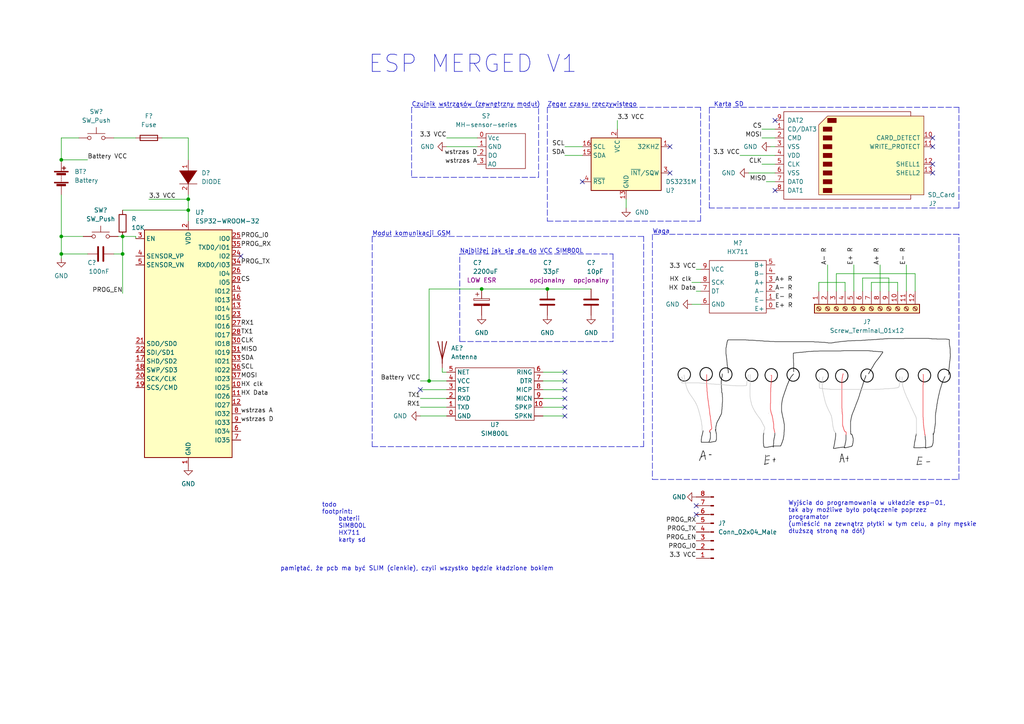
<source format=kicad_sch>
(kicad_sch (version 20211123) (generator eeschema)
  (paper "A4")
  (lib_symbols
    (symbol "Connector:Conn_01x08_Male" (pin_names (offset 1.016) hide)
      (property "Reference" "J" (at 0 10.16 0))
      (property "Value" "Conn_01x08_Male" (at 0 -12.7 0))
      (symbol "Conn_01x08_Male_1_1"
        (polyline (pts (xy 1.27 -10.16) (xy 0.8636 -10.16)) (stroke (width 0.1524)))
        (polyline (pts (xy 1.27 -7.62) (xy 0.8636 -7.62)) (stroke (width 0.1524)))
        (polyline (pts (xy 1.27 -5.08) (xy 0.8636 -5.08)) (stroke (width 0.1524)))
        (polyline (pts (xy 1.27 -2.54) (xy 0.8636 -2.54)) (stroke (width 0.1524)))
        (polyline (pts (xy 1.27 0) (xy 0.8636 0)) (stroke (width 0.1524)))
        (polyline (pts (xy 1.27 2.54) (xy 0.8636 2.54)) (stroke (width 0.1524)))
        (polyline (pts (xy 1.27 5.08) (xy 0.8636 5.08)) (stroke (width 0.1524)))
        (polyline (pts (xy 1.27 7.62) (xy 0.8636 7.62)) (stroke (width 0.1524)))
        (rectangle (start 0.8636 -10.033) (end 0 -10.287) (stroke (width 0.1524)) (fill (type outline)))
        (rectangle (start 0.8636 -7.493) (end 0 -7.747) (stroke (width 0.1524)) (fill (type outline)))
        (rectangle (start 0.8636 -4.953) (end 0 -5.207) (stroke (width 0.1524)) (fill (type outline)))
        (rectangle (start 0.8636 -2.413) (end 0 -2.667) (stroke (width 0.1524)) (fill (type outline)))
        (rectangle (start 0.8636 0.127) (end 0 -0.127) (stroke (width 0.1524)) (fill (type outline)))
        (rectangle (start 0.8636 2.667) (end 0 2.413) (stroke (width 0.1524)) (fill (type outline)))
        (rectangle (start 0.8636 5.207) (end 0 4.953) (stroke (width 0.1524)) (fill (type outline)))
        (rectangle (start 0.8636 7.747) (end 0 7.493) (stroke (width 0.1524)) (fill (type outline)))
        (pin passive line (at 5.08 7.62 180) (length 3.81) (name "Pin_1") (number "1"))
        (pin passive line (at 5.08 5.08 180) (length 3.81) (name "Pin_2") (number "2"))
        (pin passive line (at 5.08 2.54 180) (length 3.81) (name "Pin_3") (number "3"))
        (pin passive line (at 5.08 0 180) (length 3.81) (name "Pin_4") (number "4"))
        (pin passive line (at 5.08 -2.54 180) (length 3.81) (name "Pin_5") (number "5"))
        (pin passive line (at 5.08 -5.08 180) (length 3.81) (name "Pin_6") (number "6"))
        (pin passive line (at 5.08 -7.62 180) (length 3.81) (name "Pin_7") (number "7"))
        (pin passive line (at 5.08 -10.16 180) (length 3.81) (name "Pin_8") (number "8"))
      )
    )
    (symbol "Connector:SD_Card" (pin_names (offset 1.016))
      (property "Reference" "J" (at -16.51 13.97 0))
      (property "Value" "SD_Card" (at 15.24 -13.97 0))
      (symbol "SD_Card_0_1"
        (rectangle (start -8.89 -9.525) (end -6.35 -10.795) (fill (type outline)))
        (rectangle (start -8.89 -6.985) (end -6.35 -8.255) (fill (type outline)))
        (rectangle (start -8.89 -4.445) (end -6.35 -5.715) (fill (type outline)))
        (rectangle (start -8.89 -1.905) (end -6.35 -3.175) (fill (type outline)))
        (rectangle (start -8.89 0.635) (end -6.35 -0.635) (fill (type outline)))
        (rectangle (start -8.89 3.175) (end -6.35 1.905) (fill (type outline)))
        (rectangle (start -8.89 5.715) (end -6.35 4.445) (fill (type outline)))
        (rectangle (start -8.89 8.255) (end -6.35 6.985) (fill (type outline)))
        (rectangle (start -7.62 10.795) (end -5.08 9.525) (fill (type outline)))
        (polyline (pts (xy -10.16 8.89) (xy -7.62 11.43) (xy 20.32 11.43) (xy 20.32 -11.43) (xy -10.16 -11.43) (xy -10.16 8.89)) (fill (type background)))
        (polyline (pts (xy 16.51 11.43) (xy 16.51 12.7) (xy -20.32 12.7) (xy -20.32 -12.7) (xy 16.51 -12.7) (xy 16.51 -11.43)))
      )
      (symbol "SD_Card_1_1"
        (pin input line (at -22.86 7.62 0) (length 2.54) (name "CD/DAT3") (number "1"))
        (pin input line (at 22.86 5.08 180) (length 2.54) (name "CARD_DETECT") (number "10"))
        (pin input line (at 22.86 2.54 180) (length 2.54) (name "WRITE_PROTECT") (number "11"))
        (pin input line (at 22.86 -2.54 180) (length 2.54) (name "SHELL1") (number "12"))
        (pin input line (at 22.86 -5.08 180) (length 2.54) (name "SHELL2") (number "13"))
        (pin input line (at -22.86 5.08 0) (length 2.54) (name "CMD") (number "2"))
        (pin power_in line (at -22.86 2.54 0) (length 2.54) (name "VSS") (number "3"))
        (pin power_in line (at -22.86 0 0) (length 2.54) (name "VDD") (number "4"))
        (pin input line (at -22.86 -2.54 0) (length 2.54) (name "CLK") (number "5"))
        (pin power_in line (at -22.86 -5.08 0) (length 2.54) (name "VSS") (number "6"))
        (pin input line (at -22.86 -7.62 0) (length 2.54) (name "DAT0") (number "7"))
        (pin input line (at -22.86 -10.16 0) (length 2.54) (name "DAT1") (number "8"))
        (pin input line (at -22.86 10.16 0) (length 2.54) (name "DAT2") (number "9"))
      )
    )
    (symbol "Connector:Screw_Terminal_01x12" (pin_names (offset 1.016) hide)
      (property "Reference" "J" (at 0 15.24 0))
      (property "Value" "Screw_Terminal_01x12" (at 0 -17.78 0))
      (symbol "Screw_Terminal_01x12_1_1"
        (rectangle (start -1.27 13.97) (end 1.27 -16.51) (stroke (width 0.254)) (fill (type background)))
        (circle (center 0 -15.24) (radius 0.635) (stroke (width 0.1524)))
        (circle (center 0 -12.7) (radius 0.635) (stroke (width 0.1524)))
        (circle (center 0 -10.16) (radius 0.635) (stroke (width 0.1524)))
        (circle (center 0 -7.62) (radius 0.635) (stroke (width 0.1524)))
        (circle (center 0 -5.08) (radius 0.635) (stroke (width 0.1524)))
        (circle (center 0 -2.54) (radius 0.635) (stroke (width 0.1524)))
        (polyline (pts (xy -0.5334 -14.9098) (xy 0.3302 -15.748)) (stroke (width 0.1524)))
        (polyline (pts (xy -0.5334 -12.3698) (xy 0.3302 -13.208)) (stroke (width 0.1524)))
        (polyline (pts (xy -0.5334 -9.8298) (xy 0.3302 -10.668)) (stroke (width 0.1524)))
        (polyline (pts (xy -0.5334 -7.2898) (xy 0.3302 -8.128)) (stroke (width 0.1524)))
        (polyline (pts (xy -0.5334 -4.7498) (xy 0.3302 -5.588)) (stroke (width 0.1524)))
        (polyline (pts (xy -0.5334 -2.2098) (xy 0.3302 -3.048)) (stroke (width 0.1524)))
        (polyline (pts (xy -0.5334 0.3302) (xy 0.3302 -0.508)) (stroke (width 0.1524)))
        (polyline (pts (xy -0.5334 2.8702) (xy 0.3302 2.032)) (stroke (width 0.1524)))
        (polyline (pts (xy -0.5334 5.4102) (xy 0.3302 4.572)) (stroke (width 0.1524)))
        (polyline (pts (xy -0.5334 7.9502) (xy 0.3302 7.112)) (stroke (width 0.1524)))
        (polyline (pts (xy -0.5334 10.4902) (xy 0.3302 9.652)) (stroke (width 0.1524)))
        (polyline (pts (xy -0.5334 13.0302) (xy 0.3302 12.192)) (stroke (width 0.1524)))
        (polyline (pts (xy -0.3556 -14.732) (xy 0.508 -15.5702)) (stroke (width 0.1524)))
        (polyline (pts (xy -0.3556 -12.192) (xy 0.508 -13.0302)) (stroke (width 0.1524)))
        (polyline (pts (xy -0.3556 -9.652) (xy 0.508 -10.4902)) (stroke (width 0.1524)))
        (polyline (pts (xy -0.3556 -7.112) (xy 0.508 -7.9502)) (stroke (width 0.1524)))
        (polyline (pts (xy -0.3556 -4.572) (xy 0.508 -5.4102)) (stroke (width 0.1524)))
        (polyline (pts (xy -0.3556 -2.032) (xy 0.508 -2.8702)) (stroke (width 0.1524)))
        (polyline (pts (xy -0.3556 0.508) (xy 0.508 -0.3302)) (stroke (width 0.1524)))
        (polyline (pts (xy -0.3556 3.048) (xy 0.508 2.2098)) (stroke (width 0.1524)))
        (polyline (pts (xy -0.3556 5.588) (xy 0.508 4.7498)) (stroke (width 0.1524)))
        (polyline (pts (xy -0.3556 8.128) (xy 0.508 7.2898)) (stroke (width 0.1524)))
        (polyline (pts (xy -0.3556 10.668) (xy 0.508 9.8298)) (stroke (width 0.1524)))
        (polyline (pts (xy -0.3556 13.208) (xy 0.508 12.3698)) (stroke (width 0.1524)))
        (circle (center 0 0) (radius 0.635) (stroke (width 0.1524)))
        (circle (center 0 2.54) (radius 0.635) (stroke (width 0.1524)))
        (circle (center 0 5.08) (radius 0.635) (stroke (width 0.1524)))
        (circle (center 0 7.62) (radius 0.635) (stroke (width 0.1524)))
        (circle (center 0 10.16) (radius 0.635) (stroke (width 0.1524)))
        (circle (center 0 12.7) (radius 0.635) (stroke (width 0.1524)))
        (pin passive line (at -5.08 12.7 0) (length 3.81) (name "Pin_1") (number "1"))
        (pin passive line (at -5.08 -10.16 0) (length 3.81) (name "Pin_10") (number "10"))
        (pin passive line (at -5.08 -12.7 0) (length 3.81) (name "Pin_11") (number "11"))
        (pin passive line (at -5.08 -15.24 0) (length 3.81) (name "Pin_12") (number "12"))
        (pin passive line (at -5.08 10.16 0) (length 3.81) (name "Pin_2") (number "2"))
        (pin passive line (at -5.08 7.62 0) (length 3.81) (name "Pin_3") (number "3"))
        (pin passive line (at -5.08 5.08 0) (length 3.81) (name "Pin_4") (number "4"))
        (pin passive line (at -5.08 2.54 0) (length 3.81) (name "Pin_5") (number "5"))
        (pin passive line (at -5.08 0 0) (length 3.81) (name "Pin_6") (number "6"))
        (pin passive line (at -5.08 -2.54 0) (length 3.81) (name "Pin_7") (number "7"))
        (pin passive line (at -5.08 -5.08 0) (length 3.81) (name "Pin_8") (number "8"))
        (pin passive line (at -5.08 -7.62 0) (length 3.81) (name "Pin_9") (number "9"))
      )
    )
    (symbol "Device:Antenna" (pin_numbers hide) (pin_names (offset 1.016) hide)
      (property "Reference" "AE" (at -1.905 1.905 0))
      (property "Value" "Antenna" (at -1.905 0 0))
      (symbol "Antenna_0_1"
        (polyline (pts (xy 0 2.54) (xy 0 -3.81)) (stroke (width 0.254)))
        (polyline (pts (xy 1.27 2.54) (xy 0 -2.54) (xy -1.27 2.54)) (stroke (width 0.254)))
      )
      (symbol "Antenna_1_1"
        (pin input line (at 0 -5.08 90) (length 2.54) (name "A") (number "1"))
      )
    )
    (symbol "Device:Battery" (pin_numbers hide) (pin_names (offset 0) hide)
      (property "Reference" "BT" (at 2.54 2.54 0))
      (property "Value" "Battery" (at 2.54 0 0))
      (symbol "Battery_0_1"
        (rectangle (start -2.032 -1.397) (end 2.032 -1.651) (fill (type outline)))
        (rectangle (start -2.032 1.778) (end 2.032 1.524) (fill (type outline)))
        (rectangle (start -1.3208 -1.9812) (end 1.27 -2.4892) (fill (type outline)))
        (rectangle (start -1.3208 1.1938) (end 1.27 0.6858) (fill (type outline)))
        (polyline (pts (xy 0 -1.524) (xy 0 -1.27)))
        (polyline (pts (xy 0 -1.016) (xy 0 -0.762)))
        (polyline (pts (xy 0 -0.508) (xy 0 -0.254)))
        (polyline (pts (xy 0 0) (xy 0 0.254)))
        (polyline (pts (xy 0 0.508) (xy 0 0.762)))
        (polyline (pts (xy 0 1.778) (xy 0 2.54)))
        (polyline (pts (xy 0.254 2.667) (xy 1.27 2.667)) (stroke (width 0.254)))
        (polyline (pts (xy 0.762 3.175) (xy 0.762 2.159)) (stroke (width 0.254)))
      )
      (symbol "Battery_1_1"
        (pin passive line (at 0 5.08 270) (length 2.54) (name "+") (number "1"))
        (pin passive line (at 0 -5.08 90) (length 2.54) (name "-") (number "2"))
      )
    )
    (symbol "Device:C" (pin_numbers hide) (pin_names (offset 0.254))
      (property "Reference" "C" (at 0.635 2.54 0))
      (property "Value" "C" (at 0.635 -2.54 0))
      (symbol "C_0_1"
        (polyline (pts (xy -2.032 -0.762) (xy 2.032 -0.762)) (stroke (width 0.508)))
        (polyline (pts (xy -2.032 0.762) (xy 2.032 0.762)) (stroke (width 0.508)))
      )
      (symbol "C_1_1"
        (pin passive line (at 0 3.81 270) (length 2.794) (name "~") (number "1"))
        (pin passive line (at 0 -3.81 90) (length 2.794) (name "~") (number "2"))
      )
    )
    (symbol "Device:C_Polarized" (pin_numbers hide) (pin_names (offset 0.254))
      (property "Reference" "C" (at 0.635 2.54 0))
      (property "Value" "C_Polarized" (at 0.635 -2.54 0))
      (symbol "C_Polarized_0_1"
        (rectangle (start -2.286 0.508) (end 2.286 1.016))
        (polyline (pts (xy -1.778 2.286) (xy -0.762 2.286)))
        (polyline (pts (xy -1.27 2.794) (xy -1.27 1.778)))
        (rectangle (start 2.286 -0.508) (end -2.286 -1.016) (fill (type outline)))
      )
      (symbol "C_Polarized_1_1"
        (pin passive line (at 0 3.81 270) (length 2.794) (name "~") (number "1"))
        (pin passive line (at 0 -3.81 90) (length 2.794) (name "~") (number "2"))
      )
    )
    (symbol "Device:Fuse" (pin_numbers hide) (pin_names (offset 0))
      (property "Reference" "F" (at 2.032 0 90))
      (property "Value" "Fuse" (at -1.905 0 90))
      (symbol "Fuse_0_1"
        (rectangle (start -0.762 -2.54) (end 0.762 2.54) (stroke (width 0.254)))
        (polyline (pts (xy 0 2.54) (xy 0 -2.54)))
      )
      (symbol "Fuse_1_1"
        (pin passive line (at 0 3.81 270) (length 1.27) (name "~") (number "1"))
        (pin passive line (at 0 -3.81 90) (length 1.27) (name "~") (number "2"))
      )
    )
    (symbol "Device:R" (pin_numbers hide) (pin_names (offset 0))
      (property "Reference" "R" (at 2.032 0 90))
      (property "Value" "R" (at 0 0 90))
      (symbol "R_0_1"
        (rectangle (start -1.016 -2.54) (end 1.016 2.54) (stroke (width 0.254)))
      )
      (symbol "R_1_1"
        (pin passive line (at 0 3.81 270) (length 1.27) (name "~") (number "1"))
        (pin passive line (at 0 -3.81 90) (length 1.27) (name "~") (number "2"))
      )
    )
    (symbol "RF_Module:ESP32-WROOM-32"
      (property "Reference" "U" (at -12.7 34.29 0))
      (property "Value" "ESP32-WROOM-32" (at 1.27 34.29 0))
      (symbol "ESP32-WROOM-32_0_1"
        (rectangle (start -12.7 33.02) (end 12.7 -33.02) (stroke (width 0.254)) (fill (type background)))
      )
      (symbol "ESP32-WROOM-32_1_1"
        (pin power_in line (at 0 -35.56 90) (length 2.54) (name "GND") (number "1"))
        (pin bidirectional line (at 15.24 -12.7 180) (length 2.54) (name "IO25") (number "10"))
        (pin bidirectional line (at 15.24 -15.24 180) (length 2.54) (name "IO26") (number "11"))
        (pin bidirectional line (at 15.24 -17.78 180) (length 2.54) (name "IO27") (number "12"))
        (pin bidirectional line (at 15.24 10.16 180) (length 2.54) (name "IO14") (number "13"))
        (pin bidirectional line (at 15.24 15.24 180) (length 2.54) (name "IO12") (number "14"))
        (pin passive line (at 0 -35.56 90) (length 2.54) hide (name "GND") (number "15"))
        (pin bidirectional line (at 15.24 12.7 180) (length 2.54) (name "IO13") (number "16"))
        (pin bidirectional line (at -15.24 -5.08 0) (length 2.54) (name "SHD/SD2") (number "17"))
        (pin bidirectional line (at -15.24 -7.62 0) (length 2.54) (name "SWP/SD3") (number "18"))
        (pin bidirectional line (at -15.24 -12.7 0) (length 2.54) (name "SCS/CMD") (number "19"))
        (pin power_in line (at 0 35.56 270) (length 2.54) (name "VDD") (number "2"))
        (pin bidirectional line (at -15.24 -10.16 0) (length 2.54) (name "SCK/CLK") (number "20"))
        (pin bidirectional line (at -15.24 0 0) (length 2.54) (name "SDO/SD0") (number "21"))
        (pin bidirectional line (at -15.24 -2.54 0) (length 2.54) (name "SDI/SD1") (number "22"))
        (pin bidirectional line (at 15.24 7.62 180) (length 2.54) (name "IO15") (number "23"))
        (pin bidirectional line (at 15.24 25.4 180) (length 2.54) (name "IO2") (number "24"))
        (pin bidirectional line (at 15.24 30.48 180) (length 2.54) (name "IO0") (number "25"))
        (pin bidirectional line (at 15.24 20.32 180) (length 2.54) (name "IO4") (number "26"))
        (pin bidirectional line (at 15.24 5.08 180) (length 2.54) (name "IO16") (number "27"))
        (pin bidirectional line (at 15.24 2.54 180) (length 2.54) (name "IO17") (number "28"))
        (pin bidirectional line (at 15.24 17.78 180) (length 2.54) (name "IO5") (number "29"))
        (pin input line (at -15.24 30.48 0) (length 2.54) (name "EN") (number "3"))
        (pin bidirectional line (at 15.24 0 180) (length 2.54) (name "IO18") (number "30"))
        (pin bidirectional line (at 15.24 -2.54 180) (length 2.54) (name "IO19") (number "31"))
        (pin no_connect line (at -12.7 -27.94 0) (length 2.54) hide (name "NC") (number "32"))
        (pin bidirectional line (at 15.24 -5.08 180) (length 2.54) (name "IO21") (number "33"))
        (pin bidirectional line (at 15.24 22.86 180) (length 2.54) (name "RXD0/IO3") (number "34"))
        (pin bidirectional line (at 15.24 27.94 180) (length 2.54) (name "TXD0/IO1") (number "35"))
        (pin bidirectional line (at 15.24 -7.62 180) (length 2.54) (name "IO22") (number "36"))
        (pin bidirectional line (at 15.24 -10.16 180) (length 2.54) (name "IO23") (number "37"))
        (pin passive line (at 0 -35.56 90) (length 2.54) hide (name "GND") (number "38"))
        (pin passive line (at 0 -35.56 90) (length 2.54) hide (name "GND") (number "39"))
        (pin input line (at -15.24 25.4 0) (length 2.54) (name "SENSOR_VP") (number "4"))
        (pin input line (at -15.24 22.86 0) (length 2.54) (name "SENSOR_VN") (number "5"))
        (pin input line (at 15.24 -25.4 180) (length 2.54) (name "IO34") (number "6"))
        (pin input line (at 15.24 -27.94 180) (length 2.54) (name "IO35") (number "7"))
        (pin bidirectional line (at 15.24 -20.32 180) (length 2.54) (name "IO32") (number "8"))
        (pin bidirectional line (at 15.24 -22.86 180) (length 2.54) (name "IO33") (number "9"))
      )
    )
    (symbol "Switch:SW_Push" (pin_numbers hide) (pin_names (offset 1.016) hide)
      (property "Reference" "SW" (at 1.27 2.54 0))
      (property "Value" "SW_Push" (at 0 -1.524 0))
      (symbol "SW_Push_0_1"
        (circle (center -2.032 0) (radius 0.508))
        (polyline (pts (xy 0 1.27) (xy 0 3.048)))
        (polyline (pts (xy 2.54 1.27) (xy -2.54 1.27)))
        (circle (center 2.032 0) (radius 0.508))
        (pin passive line (at -5.08 0 0) (length 2.54) (name "1") (number "1"))
        (pin passive line (at 5.08 0 180) (length 2.54) (name "2") (number "2"))
      )
    )
    (symbol "Timer_RTC:DS3231M"
      (property "Reference" "U?" (at 2.0194 -10.16 0))
      (property "Value" "DS3231M" (at 2.0194 -12.7 0))
      (symbol "DS3231M_0_1"
        (rectangle (start -10.16 7.62) (end 10.16 -7.62) (stroke (width 0.254)) (fill (type background)))
      )
      (symbol "DS3231M_1_1"
        (pin open_collector line (at 12.7 5.08 180) (length 2.54) (name "32KHZ") (number "1"))
        (pin passive line (at 0 -10.16 90) (length 2.54) hide (name "GND") (number "10"))
        (pin passive line (at 0 -10.16 90) (length 2.54) hide (name "GND") (number "11"))
        (pin passive line (at 0 -10.16 90) (length 2.54) hide (name "GND") (number "12"))
        (pin power_in line (at 0 -10.16 90) (length 2.54) (name "GND") (number "13"))
        (pin bidirectional line (at -12.7 2.54 0) (length 2.54) (name "SDA") (number "15"))
        (pin input line (at -12.7 5.08 0) (length 2.54) (name "SCL") (number "16"))
        (pin power_in line (at -2.54 10.16 270) (length 2.54) (name "VCC") (number "2"))
        (pin open_collector line (at 12.7 -2.54 180) (length 2.54) (name "~{INT}/SQW") (number "3"))
        (pin bidirectional line (at -12.7 -5.08 0) (length 2.54) (name "~{RST}") (number "4"))
        (pin passive line (at 0 -10.16 90) (length 2.54) hide (name "GND") (number "5"))
        (pin passive line (at 0 -10.16 90) (length 2.54) hide (name "GND") (number "6"))
        (pin passive line (at 0 -10.16 90) (length 2.54) hide (name "GND") (number "7"))
        (pin passive line (at 0 -10.16 90) (length 2.54) hide (name "GND") (number "8"))
        (pin passive line (at 0 -10.16 90) (length 2.54) hide (name "GND") (number "9"))
      )
    )
    (symbol "power:GND" (power) (pin_names (offset 0))
      (property "Value" "GND" (at 0 -3.81 0))
      (symbol "GND_0_1"
        (polyline (pts (xy 0 0) (xy 0 -1.27) (xy 1.27 -1.27) (xy 0 -2.54) (xy -1.27 -1.27) (xy 0 -1.27)))
      )
      (symbol "GND_1_1"
        (pin power_in line (at 0 0 270) (length 0) hide (name "GND") (number "1"))
      )
    )
    (symbol "pspice:DIODE" (pin_names (offset 1.016) hide)
      (property "Reference" "D" (at 0 3.81 0))
      (property "Value" "DIODE" (at 0 -4.445 0))
      (symbol "DIODE_0_1"
        (polyline (pts (xy 1.905 2.54) (xy 1.905 -2.54)))
        (polyline (pts (xy -1.905 2.54) (xy -1.905 -2.54) (xy 1.905 0)) (fill (type outline)))
      )
      (symbol "DIODE_1_1"
        (pin input line (at -5.08 0 0) (length 3.81) (name "K") (number "1"))
        (pin input line (at 5.08 0 180) (length 3.81) (name "A") (number "2"))
      )
    )
    (symbol "wlasna_biblioteka1:HX711"
      (property "Reference" "M" (at -0.635 0 0))
      (property "Value" "HX711" (at 1.27 1.905 0))
      (symbol "HX711_0_1"
        (rectangle (start -6.35 -1.27) (end 10.16 -16.51))
      )
      (symbol "HX711_1_1"
        (pin input line (at -8.89 -2.54 0) (length 2.54) (name "E+") (number "0"))
        (pin input line (at -8.89 -5.08 0) (length 2.54) (name "E-") (number "1"))
        (pin input line (at -8.89 -7.62 0) (length 2.54) (name "A-") (number "2"))
        (pin input line (at -8.89 -10.16 0) (length 2.54) (name "A+") (number "3"))
        (pin input line (at -8.89 -12.7 0) (length 2.54) (name "B-") (number "4"))
        (pin input line (at -8.89 -15.24 0) (length 2.54) (name "B+") (number "5"))
        (pin power_out line (at 12.7 -3.81 180) (length 2.54) (name "GND") (number "6"))
        (pin output line (at 12.7 -7.62 180) (length 2.54) (name "DT") (number "7"))
        (pin output line (at 12.7 -10.16 180) (length 2.54) (name "SCK") (number "8"))
        (pin power_in line (at 12.7 -13.97 180) (length 2.54) (name "VCC") (number "9"))
      )
    )
    (symbol "wlasna_biblioteka1:MH-sensor-series"
      (property "Reference" "S" (at 5.715 4.445 0))
      (property "Value" "MH-sensor-series" (at 5.715 2.54 0))
      (symbol "MH-sensor-series_0_1"
        (rectangle (start 0 0) (end 11.43 -10.16))
      )
      (symbol "MH-sensor-series_1_1"
        (pin power_in line (at -2.54 -1.27 0) (length 2.54) (name "Vcc") (number "0"))
        (pin power_out line (at -2.54 -3.81 0) (length 2.54) (name "GND") (number "1"))
        (pin output line (at -2.54 -6.35 0) (length 2.54) (name "DO") (number "2"))
        (pin output line (at -2.54 -8.89 0) (length 2.54) (name "AO") (number "3"))
      )
    )
    (symbol "wlasna_biblioteka1:SIM800L"
      (property "Reference" "U" (at -5.715 -5.715 0))
      (property "Value" "SIM800L" (at -2.54 -3.81 0))
      (symbol "SIM800L_0_1"
        (rectangle (start -12.7 -6.985) (end 10.16 -22.225))
      )
      (symbol "SIM800L_1_1"
        (pin output line (at 12.7 -20.955 180) (length 2.54) (name "SPKN") (number ""))
        (pin power_out line (at -15.24 -20.955 0) (length 2.54) (name "GND") (number "0"))
        (pin output line (at -15.24 -18.415 0) (length 2.54) (name "TXD") (number "1"))
        (pin output line (at 12.7 -18.415 180) (length 2.54) (name "SPKP") (number "10"))
        (pin input line (at -15.24 -15.875 0) (length 2.54) (name "RXD") (number "2"))
        (pin input line (at -15.24 -13.335 0) (length 2.54) (name "RST") (number "3"))
        (pin power_in line (at -15.24 -10.795 0) (length 2.54) (name "VCC") (number "4"))
        (pin output line (at -15.24 -8.255 0) (length 2.54) (name "NET") (number "5"))
        (pin bidirectional line (at 12.7 -8.255 180) (length 2.54) (name "RING") (number "6"))
        (pin bidirectional line (at 12.7 -10.795 180) (length 2.54) (name "DTR") (number "7"))
        (pin input line (at 12.7 -13.335 180) (length 2.54) (name "MICP") (number "8"))
        (pin input line (at 12.7 -15.875 180) (length 2.54) (name "MICN") (number "9"))
      )
    )
  )
  (junction (at 54.61 60.96))
  (junction (at 158.75 83.82))
  (junction (at 17.78 73.66))
  (junction (at 35.56 68.58))
  (junction (at 17.78 68.58))
  (junction (at 139.7 83.82))
  (junction (at 17.78 46.355))
  (junction (at 54.61 57.785))
  (junction (at 124.46 110.49))
  (junction (at 35.56 73.66))
  (no_connect (at 163.83 115.57))
  (no_connect (at 270.51 47.625))
  (no_connect (at 194.31 42.545))
  (no_connect (at 224.79 55.245))
  (no_connect (at 270.51 50.165))
  (no_connect (at 270.51 42.545))
  (no_connect (at 163.83 107.95))
  (no_connect (at 121.92 113.03))
  (no_connect (at 163.83 113.03))
  (no_connect (at 168.91 52.705))
  (no_connect (at 163.83 110.49))
  (no_connect (at 201.93 149.225))
  (no_connect (at 201.93 146.685))
  (no_connect (at 224.79 34.925))
  (no_connect (at 163.83 120.65))
  (no_connect (at 69.85 74.295))
  (no_connect (at 163.83 118.11))
  (no_connect (at 270.51 40.005))
  (no_connect (at 194.31 50.165))
  (wire (pts (xy 158.75 83.82) (xy 171.45 83.82)))
  (wire (pts (xy 34.29 68.58) (xy 35.56 68.58)))
  (wire (pts (xy 46.99 40.005) (xy 54.61 40.005)))
  (wire (pts (xy 163.83 120.65) (xy 157.48 120.65)))
  (wire (pts (xy 129.54 40.005) (xy 138.43 40.005)))
  (polyline (pts (xy 107.95 129.54) (xy 186.69 129.54)))
  (polyline (pts (xy 158.75 64.135) (xy 203.2 64.135)))
  (wire (pts (xy 163.83 113.03) (xy 157.48 113.03)))
  (polyline (pts (xy 133.35 73.66) (xy 177.8 73.66)))
  (polyline (pts (xy 205.74 60.325) (xy 205.74 31.115)))
  (wire (pts (xy 39.37 68.58) (xy 39.37 69.215)))
  (wire (pts (xy 255.27 76.835) (xy 255.27 84.455)))
  (wire (pts (xy 217.17 50.165) (xy 224.79 50.165)))
  (polyline (pts (xy 119.38 31.115) (xy 119.38 51.435)))
  (wire (pts (xy 163.83 45.085) (xy 168.91 45.085)))
  (wire (pts (xy 128.27 107.95) (xy 129.54 107.95)))
  (wire (pts (xy 247.65 76.835) (xy 247.65 84.455)))
  (wire (pts (xy 237.49 84.455) (xy 237.49 81.915)))
  (wire (pts (xy 129.54 120.65) (xy 121.92 120.65)))
  (wire (pts (xy 200.66 88.265) (xy 203.2 88.265)))
  (wire (pts (xy 260.35 81.915) (xy 260.35 84.455)))
  (polyline (pts (xy 158.75 31.115) (xy 158.75 64.135)))
  (wire (pts (xy 262.89 76.835) (xy 262.89 84.455)))
  (wire (pts (xy 33.02 40.005) (xy 39.37 40.005)))
  (polyline (pts (xy 133.35 99.06) (xy 133.35 73.66)))
  (wire (pts (xy 265.43 79.375) (xy 265.43 84.455)))
  (wire (pts (xy 240.03 76.835) (xy 240.03 84.455)))
  (wire (pts (xy 54.61 60.96) (xy 54.61 57.785)))
  (wire (pts (xy 17.78 56.515) (xy 17.78 68.58)))
  (wire (pts (xy 222.25 52.705) (xy 224.79 52.705)))
  (wire (pts (xy 33.02 73.66) (xy 35.56 73.66)))
  (wire (pts (xy 17.78 73.66) (xy 25.4 73.66)))
  (wire (pts (xy 17.78 73.66) (xy 17.78 74.93)))
  (polyline (pts (xy 119.38 51.435) (xy 156.21 51.435)))
  (wire (pts (xy 257.81 80.645) (xy 257.81 84.455)))
  (wire (pts (xy 54.61 60.96) (xy 35.56 60.96)))
  (wire (pts (xy 181.61 60.325) (xy 181.61 57.785)))
  (polyline (pts (xy 107.95 68.58) (xy 107.95 129.54)))
  (wire (pts (xy 220.98 37.465) (xy 224.79 37.465)))
  (polyline (pts (xy 278.13 67.945) (xy 189.23 67.945)))
  (wire (pts (xy 17.78 40.005) (xy 22.86 40.005)))
  (wire (pts (xy 129.54 113.03) (xy 121.92 113.03)))
  (polyline (pts (xy 189.23 139.065) (xy 278.13 139.065)))
  (wire (pts (xy 163.83 107.95) (xy 157.48 107.95)))
  (wire (pts (xy 242.57 79.375) (xy 265.43 79.375)))
  (wire (pts (xy 124.46 110.49) (xy 129.54 110.49)))
  (wire (pts (xy 35.56 73.66) (xy 35.56 85.09)))
  (polyline (pts (xy 203.2 31.115) (xy 158.75 31.115)))
  (polyline (pts (xy 186.69 68.58) (xy 107.95 68.58)))
  (wire (pts (xy 54.61 57.785) (xy 43.18 57.785)))
  (polyline (pts (xy 278.13 31.115) (xy 278.13 60.325)))
  (wire (pts (xy 17.78 68.58) (xy 24.13 68.58)))
  (wire (pts (xy 250.19 80.645) (xy 257.81 80.645)))
  (wire (pts (xy 252.73 81.915) (xy 260.35 81.915)))
  (wire (pts (xy 124.46 83.82) (xy 139.7 83.82)))
  (wire (pts (xy 237.49 81.915) (xy 245.11 81.915)))
  (wire (pts (xy 121.92 110.49) (xy 124.46 110.49)))
  (wire (pts (xy 163.83 118.11) (xy 157.48 118.11)))
  (polyline (pts (xy 203.2 64.135) (xy 203.2 31.115)))
  (wire (pts (xy 17.78 46.355) (xy 25.4 46.355)))
  (polyline (pts (xy 189.23 67.945) (xy 189.23 139.065)))
  (wire (pts (xy 124.46 83.82) (xy 124.46 110.49)))
  (wire (pts (xy 128.27 107.95) (xy 128.27 106.68)))
  (wire (pts (xy 35.56 68.58) (xy 39.37 68.58)))
  (polyline (pts (xy 278.13 139.065) (xy 278.13 67.945)))
  (wire (pts (xy 250.19 84.455) (xy 250.19 80.645)))
  (wire (pts (xy 220.98 40.005) (xy 224.79 40.005)))
  (wire (pts (xy 54.61 46.355) (xy 54.61 40.005)))
  (wire (pts (xy 139.7 83.82) (xy 158.75 83.82)))
  (wire (pts (xy 35.56 68.58) (xy 35.56 73.66)))
  (wire (pts (xy 54.61 64.135) (xy 54.61 60.96)))
  (wire (pts (xy 163.83 110.49) (xy 157.48 110.49)))
  (wire (pts (xy 214.63 45.085) (xy 224.79 45.085)))
  (wire (pts (xy 201.93 78.105) (xy 203.2 78.105)))
  (wire (pts (xy 163.83 115.57) (xy 157.48 115.57)))
  (polyline (pts (xy 278.13 60.325) (xy 205.74 60.325)))
  (wire (pts (xy 17.78 46.355) (xy 17.78 40.005)))
  (wire (pts (xy 242.57 84.455) (xy 242.57 79.375)))
  (wire (pts (xy 245.11 81.915) (xy 245.11 84.455)))
  (polyline (pts (xy 156.21 31.115) (xy 119.38 31.115)))
  (wire (pts (xy 201.93 84.455) (xy 203.2 84.455)))
  (wire (pts (xy 220.98 47.625) (xy 224.79 47.625)))
  (polyline (pts (xy 133.35 99.06) (xy 177.8 99.06)))
  (wire (pts (xy 17.78 68.58) (xy 17.78 73.66)))
  (polyline (pts (xy 177.8 73.66) (xy 177.8 99.06)))
  (wire (pts (xy 163.83 42.545) (xy 168.91 42.545)))
  (wire (pts (xy 129.54 115.57) (xy 121.92 115.57)))
  (polyline (pts (xy 205.74 31.115) (xy 278.13 31.115)))
  (wire (pts (xy 223.52 42.545) (xy 224.79 42.545)))
  (polyline (pts (xy 186.69 129.54) (xy 186.69 68.58)))
  (wire (pts (xy 129.54 42.545) (xy 138.43 42.545)))
  (polyline (pts (xy 156.21 51.435) (xy 156.21 31.115)))
  (wire (pts (xy 54.61 57.785) (xy 54.61 56.515)))
  (wire (pts (xy 252.73 84.455) (xy 252.73 81.915)))
  (wire (pts (xy 129.54 118.11) (xy 121.92 118.11)))
  (wire (pts (xy 200.66 81.915) (xy 203.2 81.915)))
  (wire (pts (xy 179.07 34.925) (xy 179.07 37.465)))
  (image (at 233.68 117.475) (scale 0.560199))
  (text "ESP MERGED V1" (at 106.68 21.59 0) (effects (font (size 5 5)) (justify left bottom)))
  (text "Karta SD" (at 207.01 31.115 0) (effects (font (size 1.27 1.27)) (justify left bottom)))
  (text "Najbliżej jak się da do VCC SIM800L" (at 133.35 73.66 0) (effects (font (size 1.27 1.27)) (justify left bottom)))
  (text "Czujnik wstrząsów (zewnętrzny moduł)" (at 119.38 31.115 0) (effects (font (size 1.27 1.27)) (justify left bottom)))
  (text "todo\nfootprint:\n	baterii\n	SIM800L\n	HX711\n	karty sd" (at 93.345 157.48 0) (effects (font (size 1.27 1.27)) (justify left bottom)))
  (text "Zegar czasu rzeczywistego" (at 158.75 31.115 0) (effects (font (size 1.27 1.27)) (justify left bottom)))
  (text "Waga" (at 189.23 67.945 0) (effects (font (size 1.27 1.27)) (justify left bottom)))
  (text "Moduł komunikacji GSM" (at 107.95 68.58 0) (effects (font (size 1.27 1.27)) (justify left bottom)))
  (text "pamiętać, że pcb ma być SLIM (cienkie), czyli wszystko będzie kładzione bokiem" (at 81.28 165.735 0) (effects (font (size 1.27 1.27)) (justify left bottom)))
  (text "Wyjścia do programowania w układzie esp-01,\ntak aby możliwe było połączenie poprzez\nprogramator\n(umieścić na zewnątrz płytki w tym celu, a piny męskie\ndłuższą stroną na dół)" (at 228.6 154.94 0) (effects (font (size 1.27 1.27)) (justify left bottom)))
  (label "CS" (at 69.85 81.915 0))
  (label "E- R" (at 224.79 86.995 0))
  (label "E+ R" (at 247.65 76.835 90))
  (label "3.3 VCC" (at 129.54 40.005 180))
  (label "RX1" (at 69.85 94.615 0))
  (label "wstrzas A" (at 138.43 47.625 180))
  (label "E+ R" (at 224.79 89.535 0))
  (label "Battery VCC" (at 121.92 110.49 180))
  (label "3.3 VCC" (at 201.93 78.105 180))
  (label "wstrzas A" (at 69.85 120.015 0))
  (label "3.3 VCC" (at 43.18 57.785 0))
  (label "3.3 VCC" (at 179.07 34.925 0))
  (label "PROG_RX" (at 201.93 151.765 180))
  (label "MISO" (at 69.85 102.235 0))
  (label "PROG_I0" (at 69.85 69.215 0))
  (label "HX clk" (at 69.85 112.395 0))
  (label "SDA" (at 69.85 104.775 0))
  (label "wstrzas D" (at 138.43 45.085 180))
  (label "SCL" (at 69.85 107.315 0))
  (label "RX1" (at 121.92 118.11 180))
  (label "PROG_TX" (at 201.93 154.305 180))
  (label "A- R" (at 224.79 84.455 0))
  (label "PROG_I0" (at 201.93 159.385 180))
  (label "HX clk" (at 200.66 81.915 180))
  (label "PROG_RX" (at 69.85 71.755 0))
  (label "A+ R" (at 224.79 81.915 0))
  (label "CLK" (at 69.85 99.695 0))
  (label "wstrzas D" (at 69.85 122.555 0))
  (label "TX1" (at 69.85 97.155 0))
  (label "HX Data" (at 201.93 84.455 180))
  (label "MISO" (at 222.25 52.705 180))
  (label "HX Data" (at 69.85 114.935 0))
  (label "A- R" (at 240.03 76.835 90))
  (label "MOSI" (at 220.98 40.005 180))
  (label "A+ R" (at 255.27 76.835 90))
  (label "PROG_EN" (at 35.56 85.09 180))
  (label "SCL" (at 163.83 42.545 180))
  (label "3.3 VCC" (at 201.93 161.925 180))
  (label "Battery VCC" (at 25.4 46.355 0))
  (label "E- R" (at 262.89 76.835 90))
  (label "PROG_EN" (at 201.93 156.845 180))
  (label "MOSI" (at 69.85 109.855 0))
  (label "TX1" (at 121.92 115.57 180))
  (label "CS" (at 220.98 37.465 180))
  (label "3.3 VCC" (at 214.63 45.085 180))
  (label "CLK" (at 220.98 47.625 180))
  (label "SDA" (at 163.83 45.085 180))
  (label "PROG_TX" (at 69.85 76.835 0))
  (symbol (lib_id "power:GND") (at 217.17 50.165 270) (unit 1)
    (property "Reference" "#PWR?" (effects hide))
    (property "Value" "GND" (at 213.36 50.165 90) (effects (justify right)))
  )
  (symbol (lib_id "wlasna_biblioteka1:MH-sensor-series") (at 140.97 38.735 0) (unit 1)
    (property "Reference" "S?" (at 139.7 33.655 0) (effects (justify left)))
    (property "Value" "MH-sensor-series" (at 132.08 36.195 0) (effects (justify left)))
    (property "Footprint" "wlasne_footprinty:MH-sensor-series" (effects hide))
  )
  (symbol (lib_id "Connector:SD_Card") (at 247.65 45.085 0) (unit 1)
    (property "Reference" "J?" (at 270.51 59.055 0))
    (property "Value" "SD_Card" (at 273.05 56.515 0))
    (property "Datasheet" "http://portal.fciconnect.com/Comergent//fci/drawing/10067847.pdf" (effects hide))
  )
  (symbol (lib_id "power:GND") (at 17.78 74.93 0) (unit 1)
    (property "Reference" "#PWR?" (effects hide))
    (property "Value" "GND" (at 17.78 80.01 0))
  )
  (symbol (lib_id "power:GND") (at 121.92 120.65 270) (unit 1)
    (property "Reference" "#PWR?" (effects hide))
    (property "Value" "GND" (at 118.11 120.6499 90) (effects (justify right)))
  )
  (symbol (lib_id "Connector:Conn_01x08_Male") (at 207.01 154.305 180) (unit 1)
    (property "Reference" "J?" (at 208.28 151.7649 0) (effects (justify right)))
    (property "Value" "Conn_02x04_Male" (at 208.28 154.3049 0) (effects (justify right)))
    (property "Footprint" "wlasne_footprinty:prog pins ESP32 (aka esp01)" (effects hide))
  )
  (symbol (lib_id "wlasna_biblioteka1:HX711") (at 215.9 92.075 180) (unit 1)
    (property "Reference" "M?" (at 213.995 70.485 0))
    (property "Value" "HX711" (at 213.995 73.025 0))
  )
  (symbol (lib_id "power:GND") (at 139.7 91.44 0) (unit 1)
    (property "Reference" "#PWR?" (effects hide))
    (property "Value" "GND" (at 139.7 96.52 0))
  )
  (symbol (lib_id "power:GND") (at 200.66 88.265 270) (unit 1)
    (property "Reference" "#PWR?" (effects hide))
    (property "Value" "GND" (at 193.04 88.265 90) (effects (justify left)))
  )
  (symbol (lib_id "Device:C_Polarized") (at 139.7 87.63 0) (unit 1)
    (property "Reference" "C?" (at 137.16 76.2 0) (effects (justify left)))
    (property "Value" "2200uF" (at 137.16 78.74 0) (effects (justify left)))
    (property "opis" "LOW ESR" (at 139.7 81.28 0))
  )
  (symbol (lib_id "pspice:DIODE") (at 54.61 51.435 270) (unit 1)
    (property "Reference" "D?" (at 58.42 50.1649 90) (effects (justify left)))
    (property "Value" "DIODE" (at 58.42 52.7049 90) (effects (justify left)))
  )
  (symbol (lib_id "Connector:Screw_Terminal_01x12") (at 250.19 89.535 90) (mirror x) (unit 1)
    (property "Reference" "J?" (at 251.46 93.345 90))
    (property "Value" "Screw_Terminal_01x12" (at 251.46 95.885 90))
    (property "Footprint" "wlasne_footprinty:screw connector 12" (effects hide))
  )
  (symbol (lib_id "Device:C") (at 29.21 73.66 90) (unit 1)
    (property "Reference" "C?" (at 27.94 76.2 90) (effects (justify left)))
    (property "Value" "100nF" (at 31.75 78.74 90) (effects (justify left)))
    (property "Footprint" "Capacitor_Tantalum_SMD:CP_EIA-1608-08_AVX-J_Pad1.25x1.05mm_HandSolder" (effects hide))
  )
  (symbol (lib_id "Device:C") (at 171.45 87.63 0) (unit 1)
    (property "Reference" "C?" (at 170.18 76.2 0) (effects (justify left)))
    (property "Value" "10pF" (at 170.18 78.74 0) (effects (justify left)))
    (property "opis" "opcjonalny" (at 171.45 81.28 0))
  )
  (symbol (lib_id "Timer_RTC:DS3231M") (at 181.61 47.625 0) (unit 1)
    (property "Reference" "U?" (at 193.04 55.245 0) (effects (justify left)))
    (property "Value" "DS3231M" (at 193.04 52.705 0) (effects (justify left)))
    (property "Footprint" "Package_SO:SOIC-16W_7.5x10.3mm_P1.27mm" (effects hide))
    (property "Datasheet" "http://datasheets.maximintegrated.com/en/ds/DS3231.pdf" (effects hide))
  )
  (symbol (lib_id "Device:Antenna") (at 128.27 101.6 0) (unit 1)
    (property "Reference" "AE?" (at 130.81 100.9649 0) (effects (justify left)))
    (property "Value" "Antenna" (at 130.81 103.5049 0) (effects (justify left)))
  )
  (symbol (lib_id "power:GND") (at 54.61 135.255 0) (unit 1)
    (property "Reference" "#PWR?" (effects hide))
    (property "Value" "GND" (at 54.61 140.335 0))
  )
  (symbol (lib_id "power:GND") (at 223.52 42.545 270) (unit 1)
    (property "Reference" "#PWR?" (effects hide))
    (property "Value" "GND" (at 219.71 42.5449 90) (effects (justify right)))
  )
  (symbol (lib_id "power:GND") (at 181.61 60.325 0) (unit 1)
    (property "Reference" "#PWR?" (effects hide))
    (property "Value" "GND" (at 184.15 61.5949 0) (effects (justify left)))
  )
  (symbol (lib_id "power:GND") (at 129.54 42.545 270) (unit 1)
    (property "Reference" "#PWR?" (effects hide))
    (property "Value" "GND" (at 121.92 42.545 90) (effects (justify left)))
  )
  (symbol (lib_id "Switch:SW_Push") (at 29.21 68.58 0) (unit 1)
    (property "Reference" "SW?" (at 29.21 60.96 0))
    (property "Value" "SW_Push" (at 29.21 63.5 0))
  )
  (symbol (lib_id "Device:C") (at 158.75 87.63 0) (unit 1)
    (property "Reference" "C?" (at 157.48 76.2 0) (effects (justify left)))
    (property "Value" "33pF" (at 157.48 78.74 0) (effects (justify left)))
    (property "Opis" "opcjonalny" (at 158.75 81.28 0))
  )
  (symbol (lib_id "Switch:SW_Push") (at 27.94 40.005 0) (unit 1)
    (property "Reference" "SW?" (at 27.94 32.385 0))
    (property "Value" "SW_Push" (at 27.94 34.925 0))
  )
  (symbol (lib_id "RF_Module:ESP32-WROOM-32") (at 54.61 99.695 0) (unit 1)
    (property "Reference" "U?" (at 56.6294 61.595 0) (effects (justify left)))
    (property "Value" "ESP32-WROOM-32" (at 56.6294 64.135 0) (effects (justify left)))
    (property "Footprint" "RF_Module:ESP32-WROOM-32" (effects hide))
    (property "Datasheet" "https://www.espressif.com/sites/default/files/documentation/esp32-wroom-32_datasheet_en.pdf" (effects hide))
  )
  (symbol (lib_id "power:GND") (at 171.45 91.44 0) (unit 1)
    (property "Reference" "#PWR?" (effects hide))
    (property "Value" "GND" (at 171.45 96.52 0))
  )
  (symbol (lib_id "wlasna_biblioteka1:SIM800L") (at 144.78 99.695 0) (unit 1)
    (property "Reference" "U?" (at 143.51 123.19 0))
    (property "Value" "SIM800L" (at 143.51 125.73 0))
  )
  (symbol (lib_id "Device:Fuse") (at 43.18 40.005 90) (unit 1)
    (property "Reference" "F?" (at 43.18 33.655 90))
    (property "Value" "Fuse" (at 43.18 36.195 90))
  )
  (symbol (lib_id "power:GND") (at 158.75 91.44 0) (unit 1)
    (property "Reference" "#PWR?" (effects hide))
    (property "Value" "GND" (at 158.75 96.52 0))
  )
  (symbol (lib_id "power:GND") (at 201.93 144.145 270) (unit 1)
    (property "Reference" "#PWR?" (effects hide))
    (property "Value" "GND" (at 194.945 144.145 90) (effects (justify left)))
  )
  (symbol (lib_id "Device:R") (at 35.56 64.77 0) (unit 1)
    (property "Reference" "R" (at 38.1 63.4999 0) (effects (justify left)))
    (property "Value" "10K" (at 38.1 66.0399 0) (effects (justify left)))
  )
  (symbol (lib_id "Device:Battery") (at 17.78 51.435 0) (unit 1)
    (property "Reference" "BT?" (at 21.59 49.7839 0) (effects (justify left)))
    (property "Value" "Battery" (at 21.59 52.3239 0) (effects (justify left)))
  )
)
</source>
